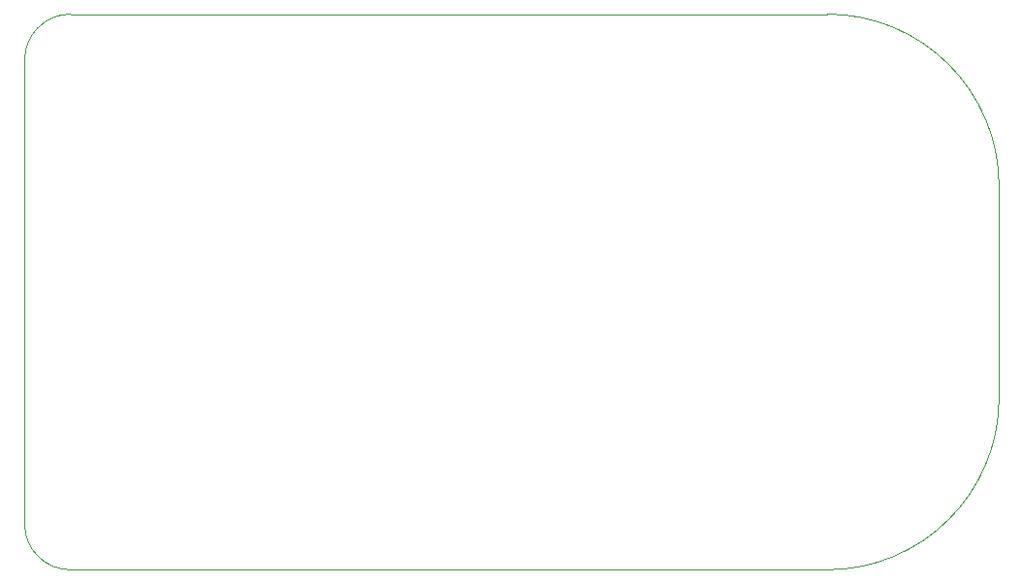
<source format=gbr>
G04 #@! TF.GenerationSoftware,KiCad,Pcbnew,(5.1.6)-1*
G04 #@! TF.CreationDate,2020-08-11T14:22:33+03:00*
G04 #@! TF.ProjectId,Black Magic Probe V2.0,426c6163-6b20-44d6-9167-69632050726f,rev?*
G04 #@! TF.SameCoordinates,Original*
G04 #@! TF.FileFunction,Profile,NP*
%FSLAX46Y46*%
G04 Gerber Fmt 4.6, Leading zero omitted, Abs format (unit mm)*
G04 Created by KiCad (PCBNEW (5.1.6)-1) date 2020-08-11 14:22:33*
%MOMM*%
%LPD*%
G01*
G04 APERTURE LIST*
G04 #@! TA.AperFunction,Profile*
%ADD10C,0.050000*%
G04 #@! TD*
G04 APERTURE END LIST*
D10*
X177500000Y-75750000D02*
G75*
G02*
X192500000Y-90750000I0J-15000000D01*
G01*
X192500000Y-109250000D02*
X192500000Y-90750000D01*
X192500000Y-109250000D02*
G75*
G02*
X177500000Y-124250000I-15000000J0D01*
G01*
X111500000Y-124250000D02*
G75*
G02*
X107500000Y-120250000I0J4000000D01*
G01*
X111500000Y-124250000D02*
X177500000Y-124250000D01*
X107500000Y-120250000D02*
X107500000Y-79750000D01*
X177500000Y-75750000D02*
X111500000Y-75750000D01*
X107500000Y-79750000D02*
G75*
G02*
X111500000Y-75750000I4000000J0D01*
G01*
M02*

</source>
